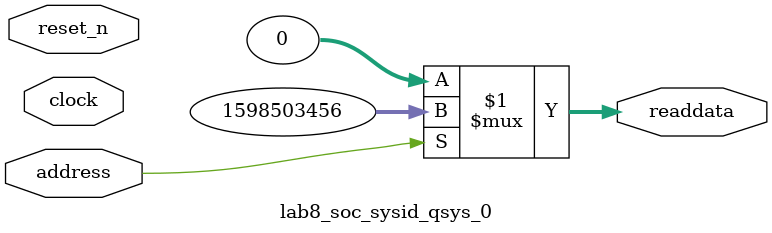
<source format=v>



// synthesis translate_off
`timescale 1ns / 1ps
// synthesis translate_on

// turn off superfluous verilog processor warnings 
// altera message_level Level1 
// altera message_off 10034 10035 10036 10037 10230 10240 10030 

module lab8_soc_sysid_qsys_0 (
               // inputs:
                address,
                clock,
                reset_n,

               // outputs:
                readdata
             )
;

  output  [ 31: 0] readdata;
  input            address;
  input            clock;
  input            reset_n;

  wire    [ 31: 0] readdata;
  //control_slave, which is an e_avalon_slave
  assign readdata = address ? 1598503456 : 0;

endmodule



</source>
